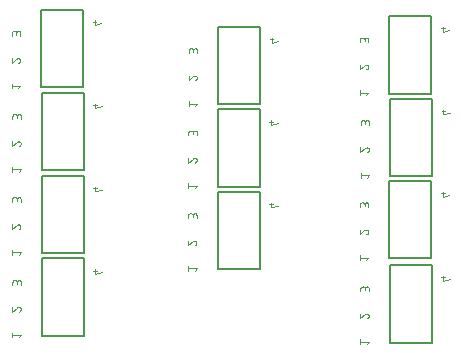
<source format=gbo>
G75*
%MOIN*%
%OFA0B0*%
%FSLAX25Y25*%
%IPPOS*%
%LPD*%
%AMOC8*
5,1,8,0,0,1.08239X$1,22.5*
%
%ADD10C,0.00800*%
%ADD11C,0.00400*%
D10*
X0035778Y0081256D02*
X0049778Y0081256D01*
X0049778Y0107056D01*
X0035778Y0107056D01*
X0035778Y0081256D01*
X0035699Y0108815D02*
X0049699Y0108815D01*
X0049699Y0134615D01*
X0035699Y0134615D01*
X0035699Y0108815D01*
X0035778Y0136531D02*
X0049778Y0136531D01*
X0049778Y0162331D01*
X0035778Y0162331D01*
X0035778Y0136531D01*
X0035542Y0164248D02*
X0049542Y0164248D01*
X0049542Y0190048D01*
X0035542Y0190048D01*
X0035542Y0164248D01*
X0094518Y0158421D02*
X0108518Y0158421D01*
X0108518Y0184221D01*
X0094518Y0184221D01*
X0094518Y0158421D01*
X0094439Y0156820D02*
X0094439Y0131020D01*
X0108439Y0131020D01*
X0108439Y0156820D01*
X0094439Y0156820D01*
X0094361Y0129261D02*
X0094361Y0103461D01*
X0108361Y0103461D01*
X0108361Y0129261D01*
X0094361Y0129261D01*
X0151605Y0132883D02*
X0151605Y0107083D01*
X0165605Y0107083D01*
X0165605Y0132883D01*
X0151605Y0132883D01*
X0151841Y0134484D02*
X0165841Y0134484D01*
X0165841Y0160284D01*
X0151841Y0160284D01*
X0151841Y0134484D01*
X0151605Y0162043D02*
X0165605Y0162043D01*
X0165605Y0187843D01*
X0151605Y0187843D01*
X0151605Y0162043D01*
X0151762Y0104851D02*
X0151762Y0079051D01*
X0165762Y0079051D01*
X0165762Y0104851D01*
X0151762Y0104851D01*
D11*
X0025978Y0082319D02*
X0025978Y0080763D01*
X0025978Y0081541D02*
X0028778Y0081541D01*
X0028156Y0080763D01*
X0025941Y0089275D02*
X0025941Y0090830D01*
X0025941Y0089275D02*
X0027496Y0090597D01*
X0028741Y0090130D02*
X0028739Y0090074D01*
X0028734Y0090017D01*
X0028725Y0089961D01*
X0028713Y0089906D01*
X0028697Y0089852D01*
X0028678Y0089799D01*
X0028655Y0089747D01*
X0028630Y0089697D01*
X0028601Y0089648D01*
X0028569Y0089601D01*
X0028534Y0089557D01*
X0028497Y0089514D01*
X0028457Y0089474D01*
X0028415Y0089437D01*
X0028370Y0089402D01*
X0028323Y0089371D01*
X0028274Y0089342D01*
X0028224Y0089316D01*
X0028172Y0089294D01*
X0028119Y0089275D01*
X0027496Y0090597D02*
X0027533Y0090632D01*
X0027571Y0090665D01*
X0027612Y0090696D01*
X0027654Y0090723D01*
X0027699Y0090748D01*
X0027745Y0090769D01*
X0027792Y0090788D01*
X0027840Y0090803D01*
X0027890Y0090815D01*
X0027940Y0090823D01*
X0027990Y0090828D01*
X0028041Y0090830D01*
X0028091Y0090828D01*
X0028141Y0090823D01*
X0028190Y0090814D01*
X0028238Y0090802D01*
X0028286Y0090786D01*
X0028332Y0090767D01*
X0028376Y0090744D01*
X0028419Y0090719D01*
X0028460Y0090690D01*
X0028499Y0090659D01*
X0028536Y0090625D01*
X0028570Y0090588D01*
X0028601Y0090549D01*
X0028630Y0090508D01*
X0028655Y0090465D01*
X0028678Y0090421D01*
X0028697Y0090375D01*
X0028713Y0090327D01*
X0028725Y0090279D01*
X0028734Y0090230D01*
X0028739Y0090180D01*
X0028741Y0090130D01*
X0028778Y0098375D02*
X0028778Y0099308D01*
X0028776Y0099357D01*
X0028770Y0099405D01*
X0028761Y0099453D01*
X0028748Y0099500D01*
X0028731Y0099546D01*
X0028710Y0099590D01*
X0028686Y0099633D01*
X0028659Y0099674D01*
X0028629Y0099712D01*
X0028596Y0099748D01*
X0028560Y0099781D01*
X0028522Y0099811D01*
X0028481Y0099838D01*
X0028438Y0099862D01*
X0028394Y0099883D01*
X0028348Y0099900D01*
X0028301Y0099913D01*
X0028253Y0099922D01*
X0028205Y0099928D01*
X0028156Y0099930D01*
X0028107Y0099928D01*
X0028059Y0099922D01*
X0028011Y0099913D01*
X0027964Y0099900D01*
X0027918Y0099883D01*
X0027874Y0099862D01*
X0027831Y0099838D01*
X0027790Y0099811D01*
X0027752Y0099781D01*
X0027716Y0099748D01*
X0027683Y0099712D01*
X0027653Y0099674D01*
X0027626Y0099633D01*
X0027602Y0099590D01*
X0027581Y0099546D01*
X0027564Y0099500D01*
X0027551Y0099453D01*
X0027542Y0099405D01*
X0027536Y0099357D01*
X0027534Y0099308D01*
X0027534Y0098686D01*
X0027534Y0099153D02*
X0027532Y0099209D01*
X0027526Y0099264D01*
X0027516Y0099318D01*
X0027502Y0099372D01*
X0027485Y0099425D01*
X0027464Y0099476D01*
X0027439Y0099526D01*
X0027410Y0099574D01*
X0027379Y0099619D01*
X0027344Y0099662D01*
X0027306Y0099703D01*
X0027265Y0099741D01*
X0027222Y0099776D01*
X0027177Y0099807D01*
X0027129Y0099836D01*
X0027079Y0099861D01*
X0027028Y0099882D01*
X0026975Y0099899D01*
X0026921Y0099913D01*
X0026867Y0099923D01*
X0026812Y0099929D01*
X0026756Y0099931D01*
X0026700Y0099929D01*
X0026645Y0099923D01*
X0026591Y0099913D01*
X0026537Y0099899D01*
X0026484Y0099882D01*
X0026433Y0099861D01*
X0026383Y0099836D01*
X0026335Y0099807D01*
X0026290Y0099776D01*
X0026247Y0099741D01*
X0026206Y0099703D01*
X0026168Y0099662D01*
X0026133Y0099619D01*
X0026102Y0099574D01*
X0026073Y0099526D01*
X0026048Y0099476D01*
X0026027Y0099425D01*
X0026010Y0099372D01*
X0025996Y0099318D01*
X0025986Y0099264D01*
X0025980Y0099209D01*
X0025978Y0099153D01*
X0025978Y0098375D01*
X0025899Y0108322D02*
X0025899Y0109878D01*
X0025899Y0109100D02*
X0028699Y0109100D01*
X0028077Y0108322D01*
X0025862Y0116834D02*
X0025862Y0118389D01*
X0025862Y0116834D02*
X0027418Y0118156D01*
X0028662Y0117689D02*
X0028660Y0117633D01*
X0028655Y0117576D01*
X0028646Y0117520D01*
X0028634Y0117465D01*
X0028618Y0117411D01*
X0028599Y0117358D01*
X0028576Y0117306D01*
X0028551Y0117256D01*
X0028522Y0117207D01*
X0028490Y0117160D01*
X0028455Y0117116D01*
X0028418Y0117073D01*
X0028378Y0117033D01*
X0028336Y0116996D01*
X0028291Y0116961D01*
X0028244Y0116930D01*
X0028195Y0116901D01*
X0028145Y0116875D01*
X0028093Y0116853D01*
X0028040Y0116834D01*
X0027417Y0118157D02*
X0027454Y0118192D01*
X0027492Y0118225D01*
X0027533Y0118256D01*
X0027575Y0118283D01*
X0027620Y0118308D01*
X0027666Y0118329D01*
X0027713Y0118348D01*
X0027761Y0118363D01*
X0027811Y0118375D01*
X0027861Y0118383D01*
X0027911Y0118388D01*
X0027962Y0118390D01*
X0027962Y0118389D02*
X0028012Y0118387D01*
X0028062Y0118382D01*
X0028111Y0118373D01*
X0028159Y0118361D01*
X0028207Y0118345D01*
X0028253Y0118326D01*
X0028297Y0118303D01*
X0028340Y0118278D01*
X0028381Y0118249D01*
X0028420Y0118218D01*
X0028457Y0118184D01*
X0028491Y0118147D01*
X0028522Y0118108D01*
X0028551Y0118067D01*
X0028576Y0118024D01*
X0028599Y0117980D01*
X0028618Y0117934D01*
X0028634Y0117886D01*
X0028646Y0117838D01*
X0028655Y0117789D01*
X0028660Y0117739D01*
X0028662Y0117689D01*
X0028699Y0125934D02*
X0028699Y0126867D01*
X0028697Y0126916D01*
X0028691Y0126964D01*
X0028682Y0127012D01*
X0028669Y0127059D01*
X0028652Y0127105D01*
X0028631Y0127149D01*
X0028607Y0127192D01*
X0028580Y0127233D01*
X0028550Y0127271D01*
X0028517Y0127307D01*
X0028481Y0127340D01*
X0028443Y0127370D01*
X0028402Y0127397D01*
X0028359Y0127421D01*
X0028315Y0127442D01*
X0028269Y0127459D01*
X0028222Y0127472D01*
X0028174Y0127481D01*
X0028126Y0127487D01*
X0028077Y0127489D01*
X0028028Y0127487D01*
X0027980Y0127481D01*
X0027932Y0127472D01*
X0027885Y0127459D01*
X0027839Y0127442D01*
X0027795Y0127421D01*
X0027752Y0127397D01*
X0027711Y0127370D01*
X0027673Y0127340D01*
X0027637Y0127307D01*
X0027604Y0127271D01*
X0027574Y0127233D01*
X0027547Y0127192D01*
X0027523Y0127149D01*
X0027502Y0127105D01*
X0027485Y0127059D01*
X0027472Y0127012D01*
X0027463Y0126964D01*
X0027457Y0126916D01*
X0027455Y0126867D01*
X0027455Y0126245D01*
X0027455Y0126712D02*
X0027453Y0126768D01*
X0027447Y0126823D01*
X0027437Y0126877D01*
X0027423Y0126931D01*
X0027406Y0126984D01*
X0027385Y0127035D01*
X0027360Y0127085D01*
X0027331Y0127133D01*
X0027300Y0127178D01*
X0027265Y0127221D01*
X0027227Y0127262D01*
X0027186Y0127300D01*
X0027143Y0127335D01*
X0027098Y0127366D01*
X0027050Y0127395D01*
X0027000Y0127420D01*
X0026949Y0127441D01*
X0026896Y0127458D01*
X0026842Y0127472D01*
X0026788Y0127482D01*
X0026733Y0127488D01*
X0026677Y0127490D01*
X0026621Y0127488D01*
X0026566Y0127482D01*
X0026512Y0127472D01*
X0026458Y0127458D01*
X0026405Y0127441D01*
X0026354Y0127420D01*
X0026304Y0127395D01*
X0026256Y0127366D01*
X0026211Y0127335D01*
X0026168Y0127300D01*
X0026127Y0127262D01*
X0026089Y0127221D01*
X0026054Y0127178D01*
X0026023Y0127133D01*
X0025994Y0127085D01*
X0025969Y0127035D01*
X0025948Y0126984D01*
X0025931Y0126931D01*
X0025917Y0126877D01*
X0025907Y0126823D01*
X0025901Y0126768D01*
X0025899Y0126712D01*
X0025899Y0125934D01*
X0025978Y0136039D02*
X0025978Y0137594D01*
X0025978Y0136816D02*
X0028778Y0136816D01*
X0028156Y0136039D01*
X0025941Y0144550D02*
X0025941Y0146106D01*
X0025941Y0144550D02*
X0027496Y0145873D01*
X0028741Y0145406D02*
X0028739Y0145350D01*
X0028734Y0145293D01*
X0028725Y0145237D01*
X0028713Y0145182D01*
X0028697Y0145128D01*
X0028678Y0145075D01*
X0028655Y0145023D01*
X0028630Y0144973D01*
X0028601Y0144924D01*
X0028569Y0144877D01*
X0028534Y0144833D01*
X0028497Y0144790D01*
X0028457Y0144750D01*
X0028415Y0144713D01*
X0028370Y0144678D01*
X0028323Y0144647D01*
X0028274Y0144618D01*
X0028224Y0144592D01*
X0028172Y0144570D01*
X0028119Y0144551D01*
X0027496Y0145873D02*
X0027533Y0145908D01*
X0027571Y0145941D01*
X0027612Y0145972D01*
X0027654Y0145999D01*
X0027699Y0146024D01*
X0027745Y0146045D01*
X0027792Y0146064D01*
X0027840Y0146079D01*
X0027890Y0146091D01*
X0027940Y0146099D01*
X0027990Y0146104D01*
X0028041Y0146106D01*
X0028091Y0146104D01*
X0028141Y0146099D01*
X0028190Y0146090D01*
X0028238Y0146078D01*
X0028286Y0146062D01*
X0028332Y0146043D01*
X0028376Y0146020D01*
X0028419Y0145995D01*
X0028460Y0145966D01*
X0028499Y0145935D01*
X0028536Y0145901D01*
X0028570Y0145864D01*
X0028601Y0145825D01*
X0028630Y0145784D01*
X0028655Y0145741D01*
X0028678Y0145697D01*
X0028697Y0145651D01*
X0028713Y0145603D01*
X0028725Y0145555D01*
X0028734Y0145506D01*
X0028739Y0145456D01*
X0028741Y0145406D01*
X0028778Y0153650D02*
X0028778Y0154584D01*
X0028776Y0154633D01*
X0028770Y0154681D01*
X0028761Y0154729D01*
X0028748Y0154776D01*
X0028731Y0154822D01*
X0028710Y0154866D01*
X0028686Y0154909D01*
X0028659Y0154950D01*
X0028629Y0154988D01*
X0028596Y0155024D01*
X0028560Y0155057D01*
X0028522Y0155087D01*
X0028481Y0155114D01*
X0028438Y0155138D01*
X0028394Y0155159D01*
X0028348Y0155176D01*
X0028301Y0155189D01*
X0028253Y0155198D01*
X0028205Y0155204D01*
X0028156Y0155206D01*
X0028107Y0155204D01*
X0028059Y0155198D01*
X0028011Y0155189D01*
X0027964Y0155176D01*
X0027918Y0155159D01*
X0027874Y0155138D01*
X0027831Y0155114D01*
X0027790Y0155087D01*
X0027752Y0155057D01*
X0027716Y0155024D01*
X0027683Y0154988D01*
X0027653Y0154950D01*
X0027626Y0154909D01*
X0027602Y0154866D01*
X0027581Y0154822D01*
X0027564Y0154776D01*
X0027551Y0154729D01*
X0027542Y0154681D01*
X0027536Y0154633D01*
X0027534Y0154584D01*
X0027534Y0153962D01*
X0027534Y0154428D02*
X0027532Y0154484D01*
X0027526Y0154539D01*
X0027516Y0154593D01*
X0027502Y0154647D01*
X0027485Y0154700D01*
X0027464Y0154751D01*
X0027439Y0154801D01*
X0027410Y0154849D01*
X0027379Y0154894D01*
X0027344Y0154937D01*
X0027306Y0154978D01*
X0027265Y0155016D01*
X0027222Y0155051D01*
X0027177Y0155082D01*
X0027129Y0155111D01*
X0027079Y0155136D01*
X0027028Y0155157D01*
X0026975Y0155174D01*
X0026921Y0155188D01*
X0026867Y0155198D01*
X0026812Y0155204D01*
X0026756Y0155206D01*
X0026700Y0155204D01*
X0026645Y0155198D01*
X0026591Y0155188D01*
X0026537Y0155174D01*
X0026484Y0155157D01*
X0026433Y0155136D01*
X0026383Y0155111D01*
X0026335Y0155082D01*
X0026290Y0155051D01*
X0026247Y0155016D01*
X0026206Y0154978D01*
X0026168Y0154937D01*
X0026133Y0154894D01*
X0026102Y0154849D01*
X0026073Y0154801D01*
X0026048Y0154751D01*
X0026027Y0154700D01*
X0026010Y0154647D01*
X0025996Y0154593D01*
X0025986Y0154539D01*
X0025980Y0154484D01*
X0025978Y0154428D01*
X0025978Y0153650D01*
X0025742Y0163755D02*
X0025742Y0165311D01*
X0025742Y0164533D02*
X0028542Y0164533D01*
X0027920Y0163755D01*
X0025705Y0172267D02*
X0025705Y0173822D01*
X0025705Y0172267D02*
X0027260Y0173589D01*
X0028504Y0173122D02*
X0028502Y0173066D01*
X0028497Y0173009D01*
X0028488Y0172953D01*
X0028476Y0172898D01*
X0028460Y0172844D01*
X0028441Y0172791D01*
X0028418Y0172739D01*
X0028393Y0172689D01*
X0028364Y0172640D01*
X0028332Y0172593D01*
X0028297Y0172549D01*
X0028260Y0172506D01*
X0028220Y0172466D01*
X0028178Y0172429D01*
X0028133Y0172394D01*
X0028086Y0172363D01*
X0028037Y0172334D01*
X0027987Y0172308D01*
X0027935Y0172286D01*
X0027882Y0172267D01*
X0027260Y0173590D02*
X0027297Y0173625D01*
X0027335Y0173658D01*
X0027376Y0173689D01*
X0027418Y0173716D01*
X0027463Y0173741D01*
X0027509Y0173762D01*
X0027556Y0173781D01*
X0027604Y0173796D01*
X0027654Y0173808D01*
X0027704Y0173816D01*
X0027754Y0173821D01*
X0027805Y0173823D01*
X0027805Y0173822D02*
X0027855Y0173820D01*
X0027905Y0173815D01*
X0027954Y0173806D01*
X0028002Y0173794D01*
X0028050Y0173778D01*
X0028096Y0173759D01*
X0028140Y0173736D01*
X0028183Y0173711D01*
X0028224Y0173682D01*
X0028263Y0173651D01*
X0028300Y0173617D01*
X0028334Y0173580D01*
X0028365Y0173541D01*
X0028394Y0173500D01*
X0028419Y0173457D01*
X0028442Y0173413D01*
X0028461Y0173367D01*
X0028477Y0173319D01*
X0028489Y0173271D01*
X0028498Y0173222D01*
X0028503Y0173172D01*
X0028505Y0173122D01*
X0028542Y0181367D02*
X0028542Y0182300D01*
X0028540Y0182349D01*
X0028534Y0182397D01*
X0028525Y0182445D01*
X0028512Y0182492D01*
X0028495Y0182538D01*
X0028474Y0182582D01*
X0028450Y0182625D01*
X0028423Y0182666D01*
X0028393Y0182704D01*
X0028360Y0182740D01*
X0028324Y0182773D01*
X0028286Y0182803D01*
X0028245Y0182830D01*
X0028202Y0182854D01*
X0028158Y0182875D01*
X0028112Y0182892D01*
X0028065Y0182905D01*
X0028017Y0182914D01*
X0027969Y0182920D01*
X0027920Y0182922D01*
X0027871Y0182920D01*
X0027823Y0182914D01*
X0027775Y0182905D01*
X0027728Y0182892D01*
X0027682Y0182875D01*
X0027638Y0182854D01*
X0027595Y0182830D01*
X0027554Y0182803D01*
X0027516Y0182773D01*
X0027480Y0182740D01*
X0027447Y0182704D01*
X0027417Y0182666D01*
X0027390Y0182625D01*
X0027366Y0182582D01*
X0027345Y0182538D01*
X0027328Y0182492D01*
X0027315Y0182445D01*
X0027306Y0182397D01*
X0027300Y0182349D01*
X0027298Y0182300D01*
X0027297Y0182300D02*
X0027297Y0181678D01*
X0027298Y0182145D02*
X0027296Y0182201D01*
X0027290Y0182256D01*
X0027280Y0182310D01*
X0027266Y0182364D01*
X0027249Y0182417D01*
X0027228Y0182468D01*
X0027203Y0182518D01*
X0027174Y0182566D01*
X0027143Y0182611D01*
X0027108Y0182654D01*
X0027070Y0182695D01*
X0027029Y0182733D01*
X0026986Y0182768D01*
X0026941Y0182799D01*
X0026893Y0182828D01*
X0026843Y0182853D01*
X0026792Y0182874D01*
X0026739Y0182891D01*
X0026685Y0182905D01*
X0026631Y0182915D01*
X0026576Y0182921D01*
X0026520Y0182923D01*
X0026464Y0182921D01*
X0026409Y0182915D01*
X0026355Y0182905D01*
X0026301Y0182891D01*
X0026248Y0182874D01*
X0026197Y0182853D01*
X0026147Y0182828D01*
X0026099Y0182799D01*
X0026054Y0182768D01*
X0026011Y0182733D01*
X0025970Y0182695D01*
X0025932Y0182654D01*
X0025897Y0182611D01*
X0025866Y0182566D01*
X0025837Y0182518D01*
X0025812Y0182468D01*
X0025791Y0182417D01*
X0025774Y0182364D01*
X0025760Y0182310D01*
X0025750Y0182256D01*
X0025744Y0182201D01*
X0025742Y0182145D01*
X0025742Y0181367D01*
X0052742Y0185937D02*
X0053986Y0185937D01*
X0053364Y0186404D02*
X0053364Y0184848D01*
X0055542Y0185470D01*
X0053600Y0158687D02*
X0053600Y0157131D01*
X0055778Y0157754D01*
X0054222Y0158220D02*
X0052978Y0158220D01*
X0053521Y0130971D02*
X0053521Y0129415D01*
X0055699Y0130037D01*
X0054144Y0130504D02*
X0052899Y0130504D01*
X0053600Y0103411D02*
X0053600Y0101856D01*
X0055778Y0102478D01*
X0054222Y0102945D02*
X0052978Y0102945D01*
X0084561Y0102968D02*
X0084561Y0104523D01*
X0084561Y0103745D02*
X0087361Y0103745D01*
X0086738Y0102968D01*
X0084524Y0111480D02*
X0084524Y0113035D01*
X0084524Y0111480D02*
X0086079Y0112802D01*
X0087323Y0112335D02*
X0087321Y0112279D01*
X0087316Y0112222D01*
X0087307Y0112166D01*
X0087295Y0112111D01*
X0087279Y0112057D01*
X0087260Y0112004D01*
X0087237Y0111952D01*
X0087212Y0111902D01*
X0087183Y0111853D01*
X0087151Y0111806D01*
X0087116Y0111762D01*
X0087079Y0111719D01*
X0087039Y0111679D01*
X0086997Y0111642D01*
X0086952Y0111607D01*
X0086905Y0111576D01*
X0086856Y0111547D01*
X0086806Y0111521D01*
X0086754Y0111499D01*
X0086701Y0111480D01*
X0086079Y0112802D02*
X0086116Y0112837D01*
X0086154Y0112870D01*
X0086195Y0112901D01*
X0086237Y0112928D01*
X0086282Y0112953D01*
X0086328Y0112974D01*
X0086375Y0112993D01*
X0086423Y0113008D01*
X0086473Y0113020D01*
X0086523Y0113028D01*
X0086573Y0113033D01*
X0086624Y0113035D01*
X0086674Y0113033D01*
X0086724Y0113028D01*
X0086773Y0113019D01*
X0086821Y0113007D01*
X0086869Y0112991D01*
X0086915Y0112972D01*
X0086959Y0112949D01*
X0087002Y0112924D01*
X0087043Y0112895D01*
X0087082Y0112864D01*
X0087119Y0112830D01*
X0087153Y0112793D01*
X0087184Y0112754D01*
X0087213Y0112713D01*
X0087238Y0112670D01*
X0087261Y0112626D01*
X0087280Y0112580D01*
X0087296Y0112532D01*
X0087308Y0112484D01*
X0087317Y0112435D01*
X0087322Y0112385D01*
X0087324Y0112335D01*
X0087361Y0120580D02*
X0087361Y0121513D01*
X0087360Y0121513D02*
X0087358Y0121562D01*
X0087352Y0121610D01*
X0087343Y0121658D01*
X0087330Y0121705D01*
X0087313Y0121751D01*
X0087292Y0121795D01*
X0087268Y0121838D01*
X0087241Y0121879D01*
X0087211Y0121917D01*
X0087178Y0121953D01*
X0087142Y0121986D01*
X0087104Y0122016D01*
X0087063Y0122043D01*
X0087020Y0122067D01*
X0086976Y0122088D01*
X0086930Y0122105D01*
X0086883Y0122118D01*
X0086835Y0122127D01*
X0086787Y0122133D01*
X0086738Y0122135D01*
X0086689Y0122133D01*
X0086641Y0122127D01*
X0086593Y0122118D01*
X0086546Y0122105D01*
X0086500Y0122088D01*
X0086456Y0122067D01*
X0086413Y0122043D01*
X0086372Y0122016D01*
X0086334Y0121986D01*
X0086298Y0121953D01*
X0086265Y0121917D01*
X0086235Y0121879D01*
X0086208Y0121838D01*
X0086184Y0121795D01*
X0086163Y0121751D01*
X0086146Y0121705D01*
X0086133Y0121658D01*
X0086124Y0121610D01*
X0086118Y0121562D01*
X0086116Y0121513D01*
X0086116Y0120891D01*
X0086116Y0121357D02*
X0086114Y0121413D01*
X0086108Y0121468D01*
X0086098Y0121522D01*
X0086084Y0121576D01*
X0086067Y0121629D01*
X0086046Y0121680D01*
X0086021Y0121730D01*
X0085992Y0121778D01*
X0085961Y0121823D01*
X0085926Y0121866D01*
X0085888Y0121907D01*
X0085847Y0121945D01*
X0085804Y0121980D01*
X0085759Y0122011D01*
X0085711Y0122040D01*
X0085661Y0122065D01*
X0085610Y0122086D01*
X0085557Y0122103D01*
X0085503Y0122117D01*
X0085449Y0122127D01*
X0085394Y0122133D01*
X0085338Y0122135D01*
X0085282Y0122133D01*
X0085227Y0122127D01*
X0085173Y0122117D01*
X0085119Y0122103D01*
X0085066Y0122086D01*
X0085015Y0122065D01*
X0084965Y0122040D01*
X0084917Y0122011D01*
X0084872Y0121980D01*
X0084829Y0121945D01*
X0084788Y0121907D01*
X0084750Y0121866D01*
X0084715Y0121823D01*
X0084684Y0121778D01*
X0084655Y0121730D01*
X0084630Y0121680D01*
X0084609Y0121629D01*
X0084592Y0121576D01*
X0084578Y0121522D01*
X0084568Y0121468D01*
X0084562Y0121413D01*
X0084560Y0121357D01*
X0084561Y0121357D02*
X0084561Y0120580D01*
X0084639Y0130527D02*
X0084639Y0132082D01*
X0084639Y0131305D02*
X0087439Y0131305D01*
X0086817Y0130527D01*
X0084602Y0139039D02*
X0084602Y0140594D01*
X0084602Y0139039D02*
X0086158Y0140361D01*
X0087402Y0139894D02*
X0087400Y0139838D01*
X0087395Y0139781D01*
X0087386Y0139725D01*
X0087374Y0139670D01*
X0087358Y0139616D01*
X0087339Y0139563D01*
X0087316Y0139511D01*
X0087291Y0139461D01*
X0087262Y0139412D01*
X0087230Y0139365D01*
X0087195Y0139321D01*
X0087158Y0139278D01*
X0087118Y0139238D01*
X0087076Y0139201D01*
X0087031Y0139166D01*
X0086984Y0139135D01*
X0086935Y0139106D01*
X0086885Y0139080D01*
X0086833Y0139058D01*
X0086780Y0139039D01*
X0086157Y0140361D02*
X0086194Y0140396D01*
X0086232Y0140429D01*
X0086273Y0140460D01*
X0086315Y0140487D01*
X0086360Y0140512D01*
X0086406Y0140533D01*
X0086453Y0140552D01*
X0086501Y0140567D01*
X0086551Y0140579D01*
X0086601Y0140587D01*
X0086651Y0140592D01*
X0086702Y0140594D01*
X0086752Y0140592D01*
X0086802Y0140587D01*
X0086851Y0140578D01*
X0086899Y0140566D01*
X0086947Y0140550D01*
X0086993Y0140531D01*
X0087037Y0140508D01*
X0087080Y0140483D01*
X0087121Y0140454D01*
X0087160Y0140423D01*
X0087197Y0140389D01*
X0087231Y0140352D01*
X0087262Y0140313D01*
X0087291Y0140272D01*
X0087316Y0140229D01*
X0087339Y0140185D01*
X0087358Y0140139D01*
X0087374Y0140091D01*
X0087386Y0140043D01*
X0087395Y0139994D01*
X0087400Y0139944D01*
X0087402Y0139894D01*
X0087439Y0148139D02*
X0087439Y0149072D01*
X0087437Y0149121D01*
X0087431Y0149169D01*
X0087422Y0149217D01*
X0087409Y0149264D01*
X0087392Y0149310D01*
X0087371Y0149354D01*
X0087347Y0149397D01*
X0087320Y0149438D01*
X0087290Y0149476D01*
X0087257Y0149512D01*
X0087221Y0149545D01*
X0087183Y0149575D01*
X0087142Y0149602D01*
X0087099Y0149626D01*
X0087055Y0149647D01*
X0087009Y0149664D01*
X0086962Y0149677D01*
X0086914Y0149686D01*
X0086866Y0149692D01*
X0086817Y0149694D01*
X0086768Y0149692D01*
X0086720Y0149686D01*
X0086672Y0149677D01*
X0086625Y0149664D01*
X0086579Y0149647D01*
X0086535Y0149626D01*
X0086492Y0149602D01*
X0086451Y0149575D01*
X0086413Y0149545D01*
X0086377Y0149512D01*
X0086344Y0149476D01*
X0086314Y0149438D01*
X0086287Y0149397D01*
X0086263Y0149354D01*
X0086242Y0149310D01*
X0086225Y0149264D01*
X0086212Y0149217D01*
X0086203Y0149169D01*
X0086197Y0149121D01*
X0086195Y0149072D01*
X0086195Y0148450D01*
X0086195Y0148916D02*
X0086193Y0148972D01*
X0086187Y0149027D01*
X0086177Y0149081D01*
X0086163Y0149135D01*
X0086146Y0149188D01*
X0086125Y0149239D01*
X0086100Y0149289D01*
X0086071Y0149337D01*
X0086040Y0149382D01*
X0086005Y0149425D01*
X0085967Y0149466D01*
X0085926Y0149504D01*
X0085883Y0149539D01*
X0085838Y0149570D01*
X0085790Y0149599D01*
X0085740Y0149624D01*
X0085689Y0149645D01*
X0085636Y0149662D01*
X0085582Y0149676D01*
X0085528Y0149686D01*
X0085473Y0149692D01*
X0085417Y0149694D01*
X0085361Y0149692D01*
X0085306Y0149686D01*
X0085252Y0149676D01*
X0085198Y0149662D01*
X0085145Y0149645D01*
X0085094Y0149624D01*
X0085044Y0149599D01*
X0084996Y0149570D01*
X0084951Y0149539D01*
X0084908Y0149504D01*
X0084867Y0149466D01*
X0084829Y0149425D01*
X0084794Y0149382D01*
X0084763Y0149337D01*
X0084734Y0149289D01*
X0084709Y0149239D01*
X0084688Y0149188D01*
X0084671Y0149135D01*
X0084657Y0149081D01*
X0084647Y0149027D01*
X0084641Y0148972D01*
X0084639Y0148916D01*
X0084639Y0148139D01*
X0084718Y0157928D02*
X0084718Y0159484D01*
X0084718Y0158706D02*
X0087518Y0158706D01*
X0086896Y0157928D01*
X0084681Y0166440D02*
X0084681Y0167996D01*
X0084681Y0166440D02*
X0086237Y0167762D01*
X0087481Y0167296D02*
X0087479Y0167240D01*
X0087474Y0167183D01*
X0087465Y0167127D01*
X0087453Y0167072D01*
X0087437Y0167018D01*
X0087418Y0166965D01*
X0087395Y0166913D01*
X0087370Y0166863D01*
X0087341Y0166814D01*
X0087309Y0166767D01*
X0087274Y0166723D01*
X0087237Y0166680D01*
X0087197Y0166640D01*
X0087155Y0166603D01*
X0087110Y0166568D01*
X0087063Y0166537D01*
X0087014Y0166508D01*
X0086964Y0166482D01*
X0086912Y0166460D01*
X0086859Y0166441D01*
X0086236Y0167763D02*
X0086273Y0167798D01*
X0086311Y0167831D01*
X0086352Y0167862D01*
X0086394Y0167889D01*
X0086439Y0167914D01*
X0086485Y0167935D01*
X0086532Y0167954D01*
X0086580Y0167969D01*
X0086630Y0167981D01*
X0086680Y0167989D01*
X0086730Y0167994D01*
X0086781Y0167996D01*
X0086831Y0167994D01*
X0086881Y0167989D01*
X0086930Y0167980D01*
X0086978Y0167968D01*
X0087026Y0167952D01*
X0087072Y0167933D01*
X0087116Y0167910D01*
X0087159Y0167885D01*
X0087200Y0167856D01*
X0087239Y0167825D01*
X0087276Y0167791D01*
X0087310Y0167754D01*
X0087341Y0167715D01*
X0087370Y0167674D01*
X0087395Y0167631D01*
X0087418Y0167587D01*
X0087437Y0167541D01*
X0087453Y0167493D01*
X0087465Y0167445D01*
X0087474Y0167396D01*
X0087479Y0167346D01*
X0087481Y0167296D01*
X0087518Y0175540D02*
X0087518Y0176473D01*
X0087516Y0176522D01*
X0087510Y0176570D01*
X0087501Y0176618D01*
X0087488Y0176665D01*
X0087471Y0176711D01*
X0087450Y0176755D01*
X0087426Y0176798D01*
X0087399Y0176839D01*
X0087369Y0176877D01*
X0087336Y0176913D01*
X0087300Y0176946D01*
X0087262Y0176976D01*
X0087221Y0177003D01*
X0087178Y0177027D01*
X0087134Y0177048D01*
X0087088Y0177065D01*
X0087041Y0177078D01*
X0086993Y0177087D01*
X0086945Y0177093D01*
X0086896Y0177095D01*
X0086847Y0177093D01*
X0086799Y0177087D01*
X0086751Y0177078D01*
X0086704Y0177065D01*
X0086658Y0177048D01*
X0086614Y0177027D01*
X0086571Y0177003D01*
X0086530Y0176976D01*
X0086492Y0176946D01*
X0086456Y0176913D01*
X0086423Y0176877D01*
X0086393Y0176839D01*
X0086366Y0176798D01*
X0086342Y0176755D01*
X0086321Y0176711D01*
X0086304Y0176665D01*
X0086291Y0176618D01*
X0086282Y0176570D01*
X0086276Y0176522D01*
X0086274Y0176473D01*
X0086274Y0175851D01*
X0086274Y0176318D02*
X0086272Y0176374D01*
X0086266Y0176429D01*
X0086256Y0176483D01*
X0086242Y0176537D01*
X0086225Y0176590D01*
X0086204Y0176641D01*
X0086179Y0176691D01*
X0086150Y0176739D01*
X0086119Y0176784D01*
X0086084Y0176827D01*
X0086046Y0176868D01*
X0086005Y0176906D01*
X0085962Y0176941D01*
X0085917Y0176972D01*
X0085869Y0177001D01*
X0085819Y0177026D01*
X0085768Y0177047D01*
X0085715Y0177064D01*
X0085661Y0177078D01*
X0085607Y0177088D01*
X0085552Y0177094D01*
X0085496Y0177096D01*
X0085440Y0177094D01*
X0085385Y0177088D01*
X0085331Y0177078D01*
X0085277Y0177064D01*
X0085224Y0177047D01*
X0085173Y0177026D01*
X0085123Y0177001D01*
X0085075Y0176972D01*
X0085030Y0176941D01*
X0084987Y0176906D01*
X0084946Y0176868D01*
X0084908Y0176827D01*
X0084873Y0176784D01*
X0084842Y0176739D01*
X0084813Y0176691D01*
X0084788Y0176641D01*
X0084767Y0176590D01*
X0084750Y0176537D01*
X0084736Y0176483D01*
X0084726Y0176429D01*
X0084720Y0176374D01*
X0084718Y0176318D01*
X0084718Y0175540D01*
X0111718Y0180110D02*
X0112963Y0180110D01*
X0112340Y0180577D02*
X0112340Y0179021D01*
X0114518Y0179643D01*
X0112262Y0153175D02*
X0112262Y0151620D01*
X0114439Y0152242D01*
X0112884Y0152709D02*
X0111639Y0152709D01*
X0112183Y0125616D02*
X0112183Y0124061D01*
X0114361Y0124683D01*
X0112805Y0125150D02*
X0111561Y0125150D01*
X0141805Y0124979D02*
X0141805Y0124202D01*
X0141804Y0124979D02*
X0141806Y0125035D01*
X0141812Y0125090D01*
X0141822Y0125144D01*
X0141836Y0125198D01*
X0141853Y0125251D01*
X0141874Y0125302D01*
X0141899Y0125352D01*
X0141928Y0125400D01*
X0141959Y0125445D01*
X0141994Y0125488D01*
X0142032Y0125529D01*
X0142073Y0125567D01*
X0142116Y0125602D01*
X0142161Y0125633D01*
X0142209Y0125662D01*
X0142259Y0125687D01*
X0142310Y0125708D01*
X0142363Y0125725D01*
X0142417Y0125739D01*
X0142471Y0125749D01*
X0142526Y0125755D01*
X0142582Y0125757D01*
X0142638Y0125755D01*
X0142693Y0125749D01*
X0142747Y0125739D01*
X0142801Y0125725D01*
X0142854Y0125708D01*
X0142905Y0125687D01*
X0142955Y0125662D01*
X0143003Y0125633D01*
X0143048Y0125602D01*
X0143091Y0125567D01*
X0143132Y0125529D01*
X0143170Y0125488D01*
X0143205Y0125445D01*
X0143236Y0125400D01*
X0143265Y0125352D01*
X0143290Y0125302D01*
X0143311Y0125251D01*
X0143328Y0125198D01*
X0143342Y0125144D01*
X0143352Y0125090D01*
X0143358Y0125035D01*
X0143360Y0124979D01*
X0143360Y0125135D02*
X0143360Y0124513D01*
X0143360Y0125135D02*
X0143362Y0125184D01*
X0143368Y0125232D01*
X0143377Y0125280D01*
X0143390Y0125327D01*
X0143407Y0125373D01*
X0143428Y0125417D01*
X0143452Y0125460D01*
X0143479Y0125501D01*
X0143509Y0125539D01*
X0143542Y0125575D01*
X0143578Y0125608D01*
X0143616Y0125638D01*
X0143657Y0125665D01*
X0143700Y0125689D01*
X0143744Y0125710D01*
X0143790Y0125727D01*
X0143837Y0125740D01*
X0143885Y0125749D01*
X0143933Y0125755D01*
X0143982Y0125757D01*
X0144031Y0125755D01*
X0144079Y0125749D01*
X0144127Y0125740D01*
X0144174Y0125727D01*
X0144220Y0125710D01*
X0144264Y0125689D01*
X0144307Y0125665D01*
X0144348Y0125638D01*
X0144386Y0125608D01*
X0144422Y0125575D01*
X0144455Y0125539D01*
X0144485Y0125501D01*
X0144512Y0125460D01*
X0144536Y0125417D01*
X0144557Y0125373D01*
X0144574Y0125327D01*
X0144587Y0125280D01*
X0144596Y0125232D01*
X0144602Y0125184D01*
X0144604Y0125135D01*
X0144605Y0125135D02*
X0144605Y0124202D01*
X0141768Y0116657D02*
X0141768Y0115102D01*
X0143323Y0116424D01*
X0144567Y0115957D02*
X0144565Y0115901D01*
X0144560Y0115844D01*
X0144551Y0115788D01*
X0144539Y0115733D01*
X0144523Y0115679D01*
X0144504Y0115626D01*
X0144481Y0115574D01*
X0144456Y0115524D01*
X0144427Y0115475D01*
X0144395Y0115428D01*
X0144360Y0115384D01*
X0144323Y0115341D01*
X0144283Y0115301D01*
X0144241Y0115264D01*
X0144196Y0115229D01*
X0144149Y0115198D01*
X0144100Y0115169D01*
X0144050Y0115143D01*
X0143998Y0115121D01*
X0143945Y0115102D01*
X0143323Y0116424D02*
X0143360Y0116459D01*
X0143398Y0116492D01*
X0143439Y0116523D01*
X0143481Y0116550D01*
X0143526Y0116575D01*
X0143572Y0116596D01*
X0143619Y0116615D01*
X0143667Y0116630D01*
X0143717Y0116642D01*
X0143767Y0116650D01*
X0143817Y0116655D01*
X0143868Y0116657D01*
X0143918Y0116655D01*
X0143968Y0116650D01*
X0144017Y0116641D01*
X0144065Y0116629D01*
X0144113Y0116613D01*
X0144159Y0116594D01*
X0144203Y0116571D01*
X0144246Y0116546D01*
X0144287Y0116517D01*
X0144326Y0116486D01*
X0144363Y0116452D01*
X0144397Y0116415D01*
X0144428Y0116376D01*
X0144457Y0116335D01*
X0144482Y0116292D01*
X0144505Y0116248D01*
X0144524Y0116202D01*
X0144540Y0116154D01*
X0144552Y0116106D01*
X0144561Y0116057D01*
X0144566Y0116007D01*
X0144568Y0115957D01*
X0141805Y0108145D02*
X0141805Y0106590D01*
X0141805Y0107368D02*
X0144605Y0107368D01*
X0143982Y0106590D01*
X0143518Y0097103D02*
X0143520Y0097152D01*
X0143526Y0097200D01*
X0143535Y0097248D01*
X0143548Y0097295D01*
X0143565Y0097341D01*
X0143586Y0097385D01*
X0143610Y0097428D01*
X0143637Y0097469D01*
X0143667Y0097507D01*
X0143700Y0097543D01*
X0143736Y0097576D01*
X0143774Y0097606D01*
X0143815Y0097633D01*
X0143858Y0097657D01*
X0143902Y0097678D01*
X0143948Y0097695D01*
X0143995Y0097708D01*
X0144043Y0097717D01*
X0144091Y0097723D01*
X0144140Y0097725D01*
X0144189Y0097723D01*
X0144237Y0097717D01*
X0144285Y0097708D01*
X0144332Y0097695D01*
X0144378Y0097678D01*
X0144422Y0097657D01*
X0144465Y0097633D01*
X0144506Y0097606D01*
X0144544Y0097576D01*
X0144580Y0097543D01*
X0144613Y0097507D01*
X0144643Y0097469D01*
X0144670Y0097428D01*
X0144694Y0097385D01*
X0144715Y0097341D01*
X0144732Y0097295D01*
X0144745Y0097248D01*
X0144754Y0097200D01*
X0144760Y0097152D01*
X0144762Y0097103D01*
X0144762Y0096170D01*
X0143518Y0096481D02*
X0143518Y0097103D01*
X0143518Y0096948D02*
X0143516Y0097004D01*
X0143510Y0097059D01*
X0143500Y0097113D01*
X0143486Y0097167D01*
X0143469Y0097220D01*
X0143448Y0097271D01*
X0143423Y0097321D01*
X0143394Y0097369D01*
X0143363Y0097414D01*
X0143328Y0097457D01*
X0143290Y0097498D01*
X0143249Y0097536D01*
X0143206Y0097571D01*
X0143161Y0097602D01*
X0143113Y0097631D01*
X0143063Y0097656D01*
X0143012Y0097677D01*
X0142959Y0097694D01*
X0142905Y0097708D01*
X0142851Y0097718D01*
X0142796Y0097724D01*
X0142740Y0097726D01*
X0142684Y0097724D01*
X0142629Y0097718D01*
X0142575Y0097708D01*
X0142521Y0097694D01*
X0142468Y0097677D01*
X0142417Y0097656D01*
X0142367Y0097631D01*
X0142319Y0097602D01*
X0142274Y0097571D01*
X0142231Y0097536D01*
X0142190Y0097498D01*
X0142152Y0097457D01*
X0142117Y0097414D01*
X0142086Y0097369D01*
X0142057Y0097321D01*
X0142032Y0097271D01*
X0142011Y0097220D01*
X0141994Y0097167D01*
X0141980Y0097113D01*
X0141970Y0097059D01*
X0141964Y0097004D01*
X0141962Y0096948D01*
X0141962Y0096170D01*
X0141925Y0088626D02*
X0141925Y0087070D01*
X0143481Y0088392D01*
X0144725Y0087926D02*
X0144723Y0087870D01*
X0144718Y0087813D01*
X0144709Y0087757D01*
X0144697Y0087702D01*
X0144681Y0087648D01*
X0144662Y0087595D01*
X0144639Y0087543D01*
X0144614Y0087493D01*
X0144585Y0087444D01*
X0144553Y0087397D01*
X0144518Y0087353D01*
X0144481Y0087310D01*
X0144441Y0087270D01*
X0144399Y0087233D01*
X0144354Y0087198D01*
X0144307Y0087167D01*
X0144258Y0087138D01*
X0144208Y0087112D01*
X0144156Y0087090D01*
X0144103Y0087071D01*
X0143480Y0088393D02*
X0143517Y0088428D01*
X0143555Y0088461D01*
X0143596Y0088492D01*
X0143638Y0088519D01*
X0143683Y0088544D01*
X0143729Y0088565D01*
X0143776Y0088584D01*
X0143824Y0088599D01*
X0143874Y0088611D01*
X0143924Y0088619D01*
X0143974Y0088624D01*
X0144025Y0088626D01*
X0144075Y0088624D01*
X0144125Y0088619D01*
X0144174Y0088610D01*
X0144222Y0088598D01*
X0144270Y0088582D01*
X0144316Y0088563D01*
X0144360Y0088540D01*
X0144403Y0088515D01*
X0144444Y0088486D01*
X0144483Y0088455D01*
X0144520Y0088421D01*
X0144554Y0088384D01*
X0144585Y0088345D01*
X0144614Y0088304D01*
X0144639Y0088261D01*
X0144662Y0088217D01*
X0144681Y0088171D01*
X0144697Y0088123D01*
X0144709Y0088075D01*
X0144718Y0088026D01*
X0144723Y0087976D01*
X0144725Y0087926D01*
X0141962Y0080114D02*
X0141962Y0078558D01*
X0141962Y0079336D02*
X0144762Y0079336D01*
X0144140Y0078558D01*
X0169584Y0099651D02*
X0169584Y0101207D01*
X0168962Y0100740D02*
X0170207Y0100740D01*
X0169584Y0099651D02*
X0171762Y0100273D01*
X0169427Y0127683D02*
X0169427Y0129238D01*
X0170049Y0128772D02*
X0168805Y0128772D01*
X0169427Y0127683D02*
X0171605Y0128305D01*
X0144841Y0134769D02*
X0144219Y0133991D01*
X0144841Y0134769D02*
X0142041Y0134769D01*
X0142041Y0133991D02*
X0142041Y0135547D01*
X0142004Y0142503D02*
X0142004Y0144059D01*
X0142004Y0142503D02*
X0143559Y0143825D01*
X0144804Y0143359D02*
X0144802Y0143303D01*
X0144797Y0143246D01*
X0144788Y0143190D01*
X0144776Y0143135D01*
X0144760Y0143081D01*
X0144741Y0143028D01*
X0144718Y0142976D01*
X0144693Y0142926D01*
X0144664Y0142877D01*
X0144632Y0142830D01*
X0144597Y0142786D01*
X0144560Y0142743D01*
X0144520Y0142703D01*
X0144478Y0142666D01*
X0144433Y0142631D01*
X0144386Y0142600D01*
X0144337Y0142571D01*
X0144287Y0142545D01*
X0144235Y0142523D01*
X0144182Y0142504D01*
X0143559Y0143826D02*
X0143596Y0143861D01*
X0143634Y0143894D01*
X0143675Y0143925D01*
X0143717Y0143952D01*
X0143762Y0143977D01*
X0143808Y0143998D01*
X0143855Y0144017D01*
X0143903Y0144032D01*
X0143953Y0144044D01*
X0144003Y0144052D01*
X0144053Y0144057D01*
X0144104Y0144059D01*
X0144154Y0144057D01*
X0144204Y0144052D01*
X0144253Y0144043D01*
X0144301Y0144031D01*
X0144349Y0144015D01*
X0144395Y0143996D01*
X0144439Y0143973D01*
X0144482Y0143948D01*
X0144523Y0143919D01*
X0144562Y0143888D01*
X0144599Y0143854D01*
X0144633Y0143817D01*
X0144664Y0143778D01*
X0144693Y0143737D01*
X0144718Y0143694D01*
X0144741Y0143650D01*
X0144760Y0143604D01*
X0144776Y0143556D01*
X0144788Y0143508D01*
X0144797Y0143459D01*
X0144802Y0143409D01*
X0144804Y0143359D01*
X0144841Y0151603D02*
X0144841Y0152536D01*
X0144839Y0152585D01*
X0144833Y0152633D01*
X0144824Y0152681D01*
X0144811Y0152728D01*
X0144794Y0152774D01*
X0144773Y0152818D01*
X0144749Y0152861D01*
X0144722Y0152902D01*
X0144692Y0152940D01*
X0144659Y0152976D01*
X0144623Y0153009D01*
X0144585Y0153039D01*
X0144544Y0153066D01*
X0144501Y0153090D01*
X0144457Y0153111D01*
X0144411Y0153128D01*
X0144364Y0153141D01*
X0144316Y0153150D01*
X0144268Y0153156D01*
X0144219Y0153158D01*
X0144170Y0153156D01*
X0144122Y0153150D01*
X0144074Y0153141D01*
X0144027Y0153128D01*
X0143981Y0153111D01*
X0143937Y0153090D01*
X0143894Y0153066D01*
X0143853Y0153039D01*
X0143815Y0153009D01*
X0143779Y0152976D01*
X0143746Y0152940D01*
X0143716Y0152902D01*
X0143689Y0152861D01*
X0143665Y0152818D01*
X0143644Y0152774D01*
X0143627Y0152728D01*
X0143614Y0152681D01*
X0143605Y0152633D01*
X0143599Y0152585D01*
X0143597Y0152536D01*
X0143596Y0152536D02*
X0143596Y0151914D01*
X0143597Y0152381D02*
X0143595Y0152437D01*
X0143589Y0152492D01*
X0143579Y0152546D01*
X0143565Y0152600D01*
X0143548Y0152653D01*
X0143527Y0152704D01*
X0143502Y0152754D01*
X0143473Y0152802D01*
X0143442Y0152847D01*
X0143407Y0152890D01*
X0143369Y0152931D01*
X0143328Y0152969D01*
X0143285Y0153004D01*
X0143240Y0153035D01*
X0143192Y0153064D01*
X0143142Y0153089D01*
X0143091Y0153110D01*
X0143038Y0153127D01*
X0142984Y0153141D01*
X0142930Y0153151D01*
X0142875Y0153157D01*
X0142819Y0153159D01*
X0142763Y0153157D01*
X0142708Y0153151D01*
X0142654Y0153141D01*
X0142600Y0153127D01*
X0142547Y0153110D01*
X0142496Y0153089D01*
X0142446Y0153064D01*
X0142398Y0153035D01*
X0142353Y0153004D01*
X0142310Y0152969D01*
X0142269Y0152931D01*
X0142231Y0152890D01*
X0142196Y0152847D01*
X0142165Y0152802D01*
X0142136Y0152754D01*
X0142111Y0152704D01*
X0142090Y0152653D01*
X0142073Y0152600D01*
X0142059Y0152546D01*
X0142049Y0152492D01*
X0142043Y0152437D01*
X0142041Y0152381D01*
X0142041Y0151603D01*
X0141805Y0161550D02*
X0141805Y0163106D01*
X0141805Y0162328D02*
X0144605Y0162328D01*
X0143982Y0161550D01*
X0141768Y0170062D02*
X0141768Y0171618D01*
X0141768Y0170062D02*
X0143323Y0171384D01*
X0144567Y0170918D02*
X0144565Y0170862D01*
X0144560Y0170805D01*
X0144551Y0170749D01*
X0144539Y0170694D01*
X0144523Y0170640D01*
X0144504Y0170587D01*
X0144481Y0170535D01*
X0144456Y0170485D01*
X0144427Y0170436D01*
X0144395Y0170389D01*
X0144360Y0170345D01*
X0144323Y0170302D01*
X0144283Y0170262D01*
X0144241Y0170225D01*
X0144196Y0170190D01*
X0144149Y0170159D01*
X0144100Y0170130D01*
X0144050Y0170104D01*
X0143998Y0170082D01*
X0143945Y0170063D01*
X0143323Y0171385D02*
X0143360Y0171420D01*
X0143398Y0171453D01*
X0143439Y0171484D01*
X0143481Y0171511D01*
X0143526Y0171536D01*
X0143572Y0171557D01*
X0143619Y0171576D01*
X0143667Y0171591D01*
X0143717Y0171603D01*
X0143767Y0171611D01*
X0143817Y0171616D01*
X0143868Y0171618D01*
X0143918Y0171616D01*
X0143968Y0171611D01*
X0144017Y0171602D01*
X0144065Y0171590D01*
X0144113Y0171574D01*
X0144159Y0171555D01*
X0144203Y0171532D01*
X0144246Y0171507D01*
X0144287Y0171478D01*
X0144326Y0171447D01*
X0144363Y0171413D01*
X0144397Y0171376D01*
X0144428Y0171337D01*
X0144457Y0171296D01*
X0144482Y0171253D01*
X0144505Y0171209D01*
X0144524Y0171163D01*
X0144540Y0171115D01*
X0144552Y0171067D01*
X0144561Y0171018D01*
X0144566Y0170968D01*
X0144568Y0170918D01*
X0144605Y0179162D02*
X0144605Y0180096D01*
X0144604Y0180096D02*
X0144602Y0180145D01*
X0144596Y0180193D01*
X0144587Y0180241D01*
X0144574Y0180288D01*
X0144557Y0180334D01*
X0144536Y0180378D01*
X0144512Y0180421D01*
X0144485Y0180462D01*
X0144455Y0180500D01*
X0144422Y0180536D01*
X0144386Y0180569D01*
X0144348Y0180599D01*
X0144307Y0180626D01*
X0144264Y0180650D01*
X0144220Y0180671D01*
X0144174Y0180688D01*
X0144127Y0180701D01*
X0144079Y0180710D01*
X0144031Y0180716D01*
X0143982Y0180718D01*
X0143933Y0180716D01*
X0143885Y0180710D01*
X0143837Y0180701D01*
X0143790Y0180688D01*
X0143744Y0180671D01*
X0143700Y0180650D01*
X0143657Y0180626D01*
X0143616Y0180599D01*
X0143578Y0180569D01*
X0143542Y0180536D01*
X0143509Y0180500D01*
X0143479Y0180462D01*
X0143452Y0180421D01*
X0143428Y0180378D01*
X0143407Y0180334D01*
X0143390Y0180288D01*
X0143377Y0180241D01*
X0143368Y0180193D01*
X0143362Y0180145D01*
X0143360Y0180096D01*
X0143360Y0179473D01*
X0143360Y0179940D02*
X0143358Y0179996D01*
X0143352Y0180051D01*
X0143342Y0180105D01*
X0143328Y0180159D01*
X0143311Y0180212D01*
X0143290Y0180263D01*
X0143265Y0180313D01*
X0143236Y0180361D01*
X0143205Y0180406D01*
X0143170Y0180449D01*
X0143132Y0180490D01*
X0143091Y0180528D01*
X0143048Y0180563D01*
X0143003Y0180594D01*
X0142955Y0180623D01*
X0142905Y0180648D01*
X0142854Y0180669D01*
X0142801Y0180686D01*
X0142747Y0180700D01*
X0142693Y0180710D01*
X0142638Y0180716D01*
X0142582Y0180718D01*
X0142526Y0180716D01*
X0142471Y0180710D01*
X0142417Y0180700D01*
X0142363Y0180686D01*
X0142310Y0180669D01*
X0142259Y0180648D01*
X0142209Y0180623D01*
X0142161Y0180594D01*
X0142116Y0180563D01*
X0142073Y0180528D01*
X0142032Y0180490D01*
X0141994Y0180449D01*
X0141959Y0180406D01*
X0141928Y0180361D01*
X0141899Y0180313D01*
X0141874Y0180263D01*
X0141853Y0180212D01*
X0141836Y0180159D01*
X0141822Y0180105D01*
X0141812Y0180051D01*
X0141806Y0179996D01*
X0141804Y0179940D01*
X0141805Y0179940D02*
X0141805Y0179162D01*
X0168805Y0183732D02*
X0170049Y0183732D01*
X0169427Y0184199D02*
X0169427Y0182643D01*
X0171605Y0183266D01*
X0169663Y0156640D02*
X0169663Y0155084D01*
X0171841Y0155706D01*
X0170285Y0156173D02*
X0169041Y0156173D01*
M02*

</source>
